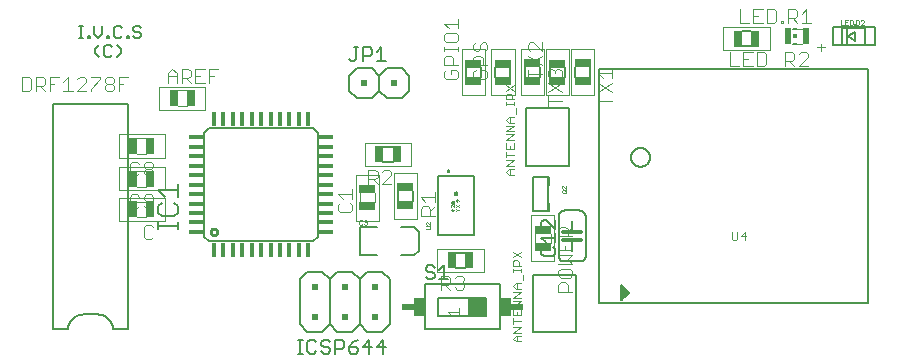
<source format=gto>
G75*
%MOIN*%
%OFA0B0*%
%FSLAX25Y25*%
%IPPOS*%
%LPD*%
%AMOC8*
5,1,8,0,0,1.08239X$1,22.5*
%
%ADD10C,0.00700*%
%ADD11C,0.00200*%
%ADD12C,0.00400*%
%ADD13R,0.02953X0.05709*%
%ADD14R,0.05709X0.02953*%
%ADD15C,0.00800*%
%ADD16C,0.00100*%
%ADD17C,0.01000*%
%ADD18C,0.00600*%
%ADD19R,0.01574X0.04528*%
%ADD20R,0.01575X0.04528*%
%ADD21R,0.01575X0.04528*%
%ADD22R,0.04528X0.01574*%
%ADD23R,0.04528X0.01575*%
%ADD24R,0.04528X0.01575*%
%ADD25C,0.00500*%
%ADD26R,0.02000X0.02000*%
%ADD27R,0.05512X0.02559*%
%ADD28R,0.02559X0.05512*%
%ADD29C,0.00300*%
%ADD30R,0.06000X0.06000*%
%ADD31R,0.03600X0.05900*%
%ADD32R,0.04200X0.02400*%
%ADD33R,0.00787X0.05512*%
%ADD34C,0.01200*%
%ADD35R,0.01181X0.00591*%
%ADD36R,0.01181X0.01181*%
%ADD37R,0.02362X0.05315*%
D10*
X0028588Y0101639D02*
X0027246Y0102982D01*
X0027246Y0104325D01*
X0028588Y0105667D01*
X0030146Y0104996D02*
X0030146Y0102311D01*
X0030817Y0101639D01*
X0032160Y0101639D01*
X0032831Y0102311D01*
X0034496Y0101639D02*
X0035839Y0102982D01*
X0035839Y0104325D01*
X0034496Y0105667D01*
X0032831Y0104996D02*
X0032160Y0105667D01*
X0030817Y0105667D01*
X0030146Y0104996D01*
X0031290Y0108072D02*
X0031961Y0108072D01*
X0031961Y0108743D01*
X0031290Y0108743D01*
X0031290Y0108072D01*
X0029625Y0109414D02*
X0029625Y0112100D01*
X0026940Y0112100D02*
X0026940Y0109414D01*
X0028283Y0108072D01*
X0029625Y0109414D01*
X0033465Y0108743D02*
X0034136Y0108072D01*
X0035479Y0108072D01*
X0036150Y0108743D01*
X0037815Y0108743D02*
X0038487Y0108743D01*
X0038487Y0108072D01*
X0037815Y0108072D01*
X0037815Y0108743D01*
X0039990Y0108743D02*
X0040662Y0108072D01*
X0042004Y0108072D01*
X0042676Y0108743D01*
X0042676Y0109414D01*
X0042004Y0110086D01*
X0040662Y0110086D01*
X0039990Y0110757D01*
X0039990Y0111428D01*
X0040662Y0112100D01*
X0042004Y0112100D01*
X0042676Y0111428D01*
X0036150Y0111428D02*
X0035479Y0112100D01*
X0034136Y0112100D01*
X0033465Y0111428D01*
X0033465Y0108743D01*
X0025436Y0108743D02*
X0025436Y0108072D01*
X0024765Y0108072D01*
X0024765Y0108743D01*
X0025436Y0108743D01*
X0023207Y0108072D02*
X0021865Y0108072D01*
X0022536Y0108072D02*
X0022536Y0112100D01*
X0021865Y0112100D02*
X0023207Y0112100D01*
D11*
X0048488Y0091900D02*
X0048488Y0084160D01*
X0064023Y0084160D01*
X0064023Y0091900D01*
X0048488Y0091900D01*
X0050621Y0075981D02*
X0035086Y0075981D01*
X0035086Y0068241D01*
X0050621Y0068241D01*
X0050621Y0075981D01*
X0050621Y0065057D02*
X0035086Y0065057D01*
X0035086Y0057317D01*
X0050621Y0057317D01*
X0050621Y0065057D01*
X0050630Y0054838D02*
X0035094Y0054838D01*
X0035094Y0047098D01*
X0050630Y0047098D01*
X0050630Y0054838D01*
X0114169Y0062560D02*
X0114169Y0047025D01*
X0121909Y0047025D01*
X0121909Y0062560D01*
X0114169Y0062560D01*
X0117077Y0065436D02*
X0117077Y0073176D01*
X0132612Y0073176D01*
X0132612Y0065436D01*
X0117077Y0065436D01*
X0126779Y0063223D02*
X0134519Y0063223D01*
X0134519Y0047688D01*
X0126779Y0047688D01*
X0126779Y0063223D01*
X0147540Y0053821D02*
X0148040Y0054321D01*
X0148540Y0053821D01*
X0148040Y0053321D02*
X0148040Y0054321D01*
X0148440Y0052588D02*
X0147440Y0051921D01*
X0146940Y0051921D02*
X0146940Y0052588D01*
X0147440Y0052588D02*
X0148440Y0051921D01*
X0148440Y0050754D02*
X0147940Y0050754D01*
X0147606Y0051088D01*
X0147440Y0051088D01*
X0147040Y0050821D02*
X0146040Y0050821D01*
X0146540Y0051321D01*
X0146774Y0051921D02*
X0146940Y0051921D01*
X0146774Y0051921D02*
X0146106Y0052588D01*
X0145940Y0052588D01*
X0145940Y0051921D01*
X0146040Y0050821D02*
X0146540Y0050321D01*
X0147440Y0050421D02*
X0147606Y0050421D01*
X0147940Y0050754D01*
X0146440Y0053321D02*
X0146442Y0053341D01*
X0146448Y0053359D01*
X0146457Y0053377D01*
X0146469Y0053392D01*
X0146484Y0053404D01*
X0146502Y0053413D01*
X0146520Y0053419D01*
X0146540Y0053421D01*
X0146560Y0053419D01*
X0146578Y0053413D01*
X0146596Y0053404D01*
X0146611Y0053392D01*
X0146623Y0053377D01*
X0146632Y0053359D01*
X0146638Y0053341D01*
X0146640Y0053321D01*
X0146638Y0053301D01*
X0146632Y0053283D01*
X0146623Y0053265D01*
X0146611Y0053250D01*
X0146596Y0053238D01*
X0146578Y0053229D01*
X0146560Y0053223D01*
X0146540Y0053221D01*
X0146520Y0053223D01*
X0146502Y0053229D01*
X0146484Y0053238D01*
X0146469Y0053250D01*
X0146457Y0053265D01*
X0146448Y0053283D01*
X0146442Y0053301D01*
X0146440Y0053321D01*
X0146040Y0053321D02*
X0146042Y0053365D01*
X0146048Y0053409D01*
X0146058Y0053452D01*
X0146071Y0053494D01*
X0146088Y0053535D01*
X0146109Y0053574D01*
X0146133Y0053611D01*
X0146160Y0053646D01*
X0146190Y0053678D01*
X0146223Y0053708D01*
X0146259Y0053734D01*
X0146296Y0053758D01*
X0146336Y0053777D01*
X0146377Y0053794D01*
X0146420Y0053806D01*
X0146463Y0053815D01*
X0146507Y0053820D01*
X0146551Y0053821D01*
X0146595Y0053818D01*
X0146639Y0053811D01*
X0146682Y0053800D01*
X0146724Y0053786D01*
X0146764Y0053768D01*
X0146803Y0053746D01*
X0146839Y0053722D01*
X0146873Y0053694D01*
X0146905Y0053663D01*
X0146934Y0053629D01*
X0146960Y0053593D01*
X0146982Y0053555D01*
X0147001Y0053515D01*
X0147016Y0053473D01*
X0147028Y0053431D01*
X0147036Y0053387D01*
X0147040Y0053343D01*
X0147040Y0053299D01*
X0147036Y0053255D01*
X0147028Y0053211D01*
X0147016Y0053169D01*
X0147001Y0053127D01*
X0146982Y0053087D01*
X0146960Y0053049D01*
X0146934Y0053013D01*
X0146905Y0052979D01*
X0146873Y0052948D01*
X0146839Y0052920D01*
X0146803Y0052896D01*
X0146764Y0052874D01*
X0146724Y0052856D01*
X0146682Y0052842D01*
X0146639Y0052831D01*
X0146595Y0052824D01*
X0146551Y0052821D01*
X0146507Y0052822D01*
X0146463Y0052827D01*
X0146420Y0052836D01*
X0146377Y0052848D01*
X0146336Y0052865D01*
X0146296Y0052884D01*
X0146259Y0052908D01*
X0146223Y0052934D01*
X0146190Y0052964D01*
X0146160Y0052996D01*
X0146133Y0053031D01*
X0146109Y0053068D01*
X0146088Y0053107D01*
X0146071Y0053148D01*
X0146058Y0053190D01*
X0146048Y0053233D01*
X0146042Y0053277D01*
X0146040Y0053321D01*
X0172610Y0049189D02*
X0180350Y0049189D01*
X0180350Y0033654D01*
X0172610Y0033654D01*
X0172610Y0049189D01*
X0156769Y0037911D02*
X0156769Y0030170D01*
X0141233Y0030170D01*
X0141233Y0037911D01*
X0156769Y0037911D01*
X0157250Y0088954D02*
X0149510Y0088954D01*
X0149510Y0104489D01*
X0157250Y0104489D01*
X0157250Y0088954D01*
X0159310Y0088954D02*
X0167050Y0088954D01*
X0167050Y0104489D01*
X0159310Y0104489D01*
X0159310Y0088954D01*
X0169110Y0088954D02*
X0169110Y0104489D01*
X0176850Y0104489D01*
X0176850Y0088954D01*
X0169110Y0088954D01*
X0177510Y0088954D02*
X0185250Y0088954D01*
X0185250Y0104489D01*
X0177510Y0104489D01*
X0177510Y0088954D01*
X0185910Y0088954D02*
X0185910Y0104489D01*
X0193650Y0104489D01*
X0193650Y0088954D01*
X0185910Y0088954D01*
X0236612Y0104052D02*
X0236612Y0111792D01*
X0252148Y0111792D01*
X0252148Y0104052D01*
X0236612Y0104052D01*
D12*
X0238756Y0103426D02*
X0238756Y0098822D01*
X0241826Y0098822D01*
X0243360Y0098822D02*
X0246430Y0098822D01*
X0247964Y0098822D02*
X0250266Y0098822D01*
X0251034Y0099589D01*
X0251034Y0102658D01*
X0250266Y0103426D01*
X0247964Y0103426D01*
X0247964Y0098822D01*
X0243360Y0098822D02*
X0243360Y0103426D01*
X0246430Y0103426D01*
X0244895Y0101124D02*
X0243360Y0101124D01*
X0252568Y0098054D02*
X0255637Y0098054D01*
X0257172Y0098822D02*
X0257172Y0103426D01*
X0259474Y0103426D01*
X0260241Y0102658D01*
X0260241Y0101124D01*
X0259474Y0100356D01*
X0257172Y0100356D01*
X0258707Y0100356D02*
X0260241Y0098822D01*
X0261776Y0098822D02*
X0264845Y0101891D01*
X0264845Y0102658D01*
X0264078Y0103426D01*
X0262543Y0103426D01*
X0261776Y0102658D01*
X0262952Y0106161D02*
X0259408Y0106161D01*
X0259408Y0111082D02*
X0263050Y0111082D01*
X0262798Y0113122D02*
X0265867Y0113122D01*
X0264332Y0113122D02*
X0264332Y0117726D01*
X0262798Y0116191D01*
X0261263Y0115424D02*
X0260496Y0114656D01*
X0258194Y0114656D01*
X0258194Y0113122D02*
X0258194Y0117726D01*
X0260496Y0117726D01*
X0261263Y0116958D01*
X0261263Y0115424D01*
X0259728Y0114656D02*
X0261263Y0113122D01*
X0256659Y0113122D02*
X0255892Y0113122D01*
X0255892Y0113889D01*
X0256659Y0113889D01*
X0256659Y0113122D01*
X0254357Y0113889D02*
X0254357Y0116958D01*
X0253590Y0117726D01*
X0251288Y0117726D01*
X0251288Y0113122D01*
X0253590Y0113122D01*
X0254357Y0113889D01*
X0249753Y0113122D02*
X0246684Y0113122D01*
X0246684Y0117726D01*
X0249753Y0117726D01*
X0248219Y0115424D02*
X0246684Y0115424D01*
X0245149Y0113122D02*
X0242080Y0113122D01*
X0242080Y0117726D01*
X0261776Y0098822D02*
X0264845Y0098822D01*
X0199580Y0097887D02*
X0199580Y0094818D01*
X0199580Y0096352D02*
X0194976Y0096352D01*
X0196511Y0094818D01*
X0194976Y0093283D02*
X0199580Y0090214D01*
X0199580Y0093283D02*
X0194976Y0090214D01*
X0194976Y0088679D02*
X0194976Y0085610D01*
X0194976Y0087145D02*
X0199580Y0087145D01*
X0182780Y0087145D02*
X0178176Y0087145D01*
X0178176Y0088679D02*
X0178176Y0085610D01*
X0178176Y0090214D02*
X0182780Y0093283D01*
X0182013Y0094818D02*
X0182780Y0095585D01*
X0182780Y0097120D01*
X0182013Y0097887D01*
X0181245Y0097887D01*
X0180478Y0097120D01*
X0180478Y0096352D01*
X0180478Y0097120D02*
X0179711Y0097887D01*
X0178943Y0097887D01*
X0178176Y0097120D01*
X0178176Y0095585D01*
X0178943Y0094818D01*
X0178176Y0093283D02*
X0182780Y0090214D01*
X0176180Y0095956D02*
X0171576Y0095956D01*
X0171576Y0094422D02*
X0171576Y0097491D01*
X0171576Y0099026D02*
X0176180Y0102095D01*
X0176180Y0103630D02*
X0173111Y0106699D01*
X0172343Y0106699D01*
X0171576Y0105932D01*
X0171576Y0104397D01*
X0172343Y0103630D01*
X0171576Y0102095D02*
X0176180Y0099026D01*
X0176180Y0103630D02*
X0176180Y0106699D01*
X0157980Y0105932D02*
X0157980Y0104397D01*
X0157213Y0103630D01*
X0155678Y0104397D02*
X0155678Y0105932D01*
X0156445Y0106699D01*
X0157213Y0106699D01*
X0157980Y0105932D01*
X0154143Y0106699D02*
X0153376Y0105932D01*
X0153376Y0104397D01*
X0154143Y0103630D01*
X0154911Y0103630D01*
X0155678Y0104397D01*
X0155678Y0102095D02*
X0156445Y0101328D01*
X0156445Y0099026D01*
X0157980Y0099026D02*
X0153376Y0099026D01*
X0153376Y0101328D01*
X0154143Y0102095D01*
X0155678Y0102095D01*
X0148180Y0103630D02*
X0148180Y0105164D01*
X0148180Y0104397D02*
X0143576Y0104397D01*
X0143576Y0103630D02*
X0143576Y0105164D01*
X0144343Y0106699D02*
X0147413Y0106699D01*
X0148180Y0107466D01*
X0148180Y0109001D01*
X0147413Y0109768D01*
X0144343Y0109768D01*
X0143576Y0109001D01*
X0143576Y0107466D01*
X0144343Y0106699D01*
X0144343Y0102095D02*
X0145878Y0102095D01*
X0146645Y0101328D01*
X0146645Y0099026D01*
X0148180Y0099026D02*
X0143576Y0099026D01*
X0143576Y0101328D01*
X0144343Y0102095D01*
X0144343Y0097491D02*
X0143576Y0096724D01*
X0143576Y0095189D01*
X0144343Y0094422D01*
X0147413Y0094422D01*
X0148180Y0095189D01*
X0148180Y0096724D01*
X0147413Y0097491D01*
X0145878Y0097491D01*
X0145878Y0095956D01*
X0153376Y0095189D02*
X0154143Y0094422D01*
X0157213Y0094422D01*
X0157980Y0095189D01*
X0157980Y0096724D01*
X0157213Y0097491D01*
X0155678Y0097491D01*
X0155678Y0095956D01*
X0154143Y0097491D02*
X0153376Y0096724D01*
X0153376Y0095189D01*
X0148180Y0111303D02*
X0148180Y0114372D01*
X0148180Y0112837D02*
X0143576Y0112837D01*
X0145111Y0111303D01*
X0068337Y0097834D02*
X0065267Y0097834D01*
X0065267Y0093230D01*
X0063733Y0093230D02*
X0060663Y0093230D01*
X0060663Y0097834D01*
X0063733Y0097834D01*
X0065267Y0095532D02*
X0066802Y0095532D01*
X0062198Y0095532D02*
X0060663Y0095532D01*
X0059129Y0095532D02*
X0058361Y0094765D01*
X0056060Y0094765D01*
X0057594Y0094765D02*
X0059129Y0093230D01*
X0056060Y0093230D02*
X0056060Y0097834D01*
X0058361Y0097834D01*
X0059129Y0097067D01*
X0059129Y0095532D01*
X0054525Y0095532D02*
X0051456Y0095532D01*
X0051456Y0096299D02*
X0052990Y0097834D01*
X0054525Y0096299D01*
X0054525Y0093230D01*
X0051456Y0093230D02*
X0051456Y0096299D01*
X0054756Y0090628D02*
X0057756Y0090628D01*
X0057756Y0085432D02*
X0054854Y0085432D01*
X0036629Y0092751D02*
X0035094Y0092751D01*
X0033559Y0093518D02*
X0032792Y0092751D01*
X0031258Y0092751D01*
X0030490Y0093518D01*
X0030490Y0094285D01*
X0031258Y0095052D01*
X0032792Y0095052D01*
X0033559Y0094285D01*
X0033559Y0093518D01*
X0032792Y0092751D02*
X0033559Y0091983D01*
X0033559Y0091216D01*
X0032792Y0090449D01*
X0031258Y0090449D01*
X0030490Y0091216D01*
X0030490Y0091983D01*
X0031258Y0092751D01*
X0035094Y0090449D02*
X0035094Y0095052D01*
X0038163Y0095052D01*
X0028956Y0095052D02*
X0028956Y0094285D01*
X0025886Y0091216D01*
X0025886Y0090449D01*
X0024352Y0090449D02*
X0021282Y0090449D01*
X0024352Y0093518D01*
X0024352Y0094285D01*
X0023584Y0095052D01*
X0022050Y0095052D01*
X0021282Y0094285D01*
X0018213Y0095052D02*
X0018213Y0090449D01*
X0016678Y0090449D02*
X0019748Y0090449D01*
X0016678Y0093518D02*
X0018213Y0095052D01*
X0015144Y0095052D02*
X0012075Y0095052D01*
X0012075Y0090449D01*
X0010540Y0090449D02*
X0009005Y0091983D01*
X0009773Y0091983D02*
X0007471Y0091983D01*
X0007471Y0090449D02*
X0007471Y0095052D01*
X0009773Y0095052D01*
X0010540Y0094285D01*
X0010540Y0092751D01*
X0009773Y0091983D01*
X0012075Y0092751D02*
X0013609Y0092751D01*
X0005936Y0094285D02*
X0005169Y0095052D01*
X0002867Y0095052D01*
X0002867Y0090449D01*
X0005169Y0090449D01*
X0005936Y0091216D01*
X0005936Y0094285D01*
X0025886Y0095052D02*
X0028956Y0095052D01*
X0041354Y0074710D02*
X0044255Y0074710D01*
X0044354Y0069513D02*
X0041354Y0069513D01*
X0041148Y0066915D02*
X0039613Y0066915D01*
X0038846Y0066148D01*
X0038846Y0063079D01*
X0039613Y0062311D01*
X0041148Y0062311D01*
X0041915Y0063079D01*
X0041354Y0063786D02*
X0044255Y0063786D01*
X0043450Y0063846D02*
X0044217Y0064613D01*
X0045752Y0064613D01*
X0046519Y0063846D01*
X0046519Y0063079D01*
X0045752Y0062311D01*
X0044217Y0062311D01*
X0043450Y0063079D01*
X0043450Y0063846D01*
X0044217Y0064613D02*
X0043450Y0065381D01*
X0043450Y0066148D01*
X0044217Y0066915D01*
X0045752Y0066915D01*
X0046519Y0066148D01*
X0046519Y0065381D01*
X0045752Y0064613D01*
X0041915Y0066148D02*
X0041148Y0066915D01*
X0041354Y0058589D02*
X0044354Y0058589D01*
X0044217Y0055991D02*
X0043450Y0055224D01*
X0043450Y0054457D01*
X0044217Y0053689D01*
X0046519Y0053689D01*
X0046519Y0052155D02*
X0046519Y0055224D01*
X0045752Y0055991D01*
X0044217Y0055991D01*
X0044264Y0053566D02*
X0041362Y0053566D01*
X0041915Y0052155D02*
X0041148Y0051387D01*
X0039613Y0051387D01*
X0038846Y0052155D01*
X0038846Y0055224D01*
X0039613Y0055991D01*
X0041148Y0055991D01*
X0041915Y0055224D01*
X0043450Y0052155D02*
X0044217Y0051387D01*
X0045752Y0051387D01*
X0046519Y0052155D01*
X0044362Y0048370D02*
X0041362Y0048370D01*
X0044225Y0045772D02*
X0043458Y0045005D01*
X0043458Y0041935D01*
X0044225Y0041168D01*
X0045760Y0041168D01*
X0046527Y0041935D01*
X0046527Y0045005D02*
X0045760Y0045772D01*
X0044225Y0045772D01*
X0108235Y0050760D02*
X0109002Y0049993D01*
X0112072Y0049993D01*
X0112839Y0050760D01*
X0112839Y0052295D01*
X0112072Y0053062D01*
X0112839Y0054597D02*
X0112839Y0057666D01*
X0115441Y0056293D02*
X0115441Y0053293D01*
X0109770Y0054597D02*
X0108235Y0056131D01*
X0112839Y0056131D01*
X0109002Y0053062D02*
X0108235Y0052295D01*
X0108235Y0050760D01*
X0120637Y0053391D02*
X0120637Y0056293D01*
X0121406Y0059506D02*
X0119871Y0061041D01*
X0120639Y0061041D02*
X0118337Y0061041D01*
X0118337Y0059506D02*
X0118337Y0064110D01*
X0120639Y0064110D01*
X0121406Y0063343D01*
X0121406Y0061808D01*
X0120639Y0061041D01*
X0122941Y0059506D02*
X0126010Y0062575D01*
X0126010Y0063343D01*
X0125243Y0064110D01*
X0123708Y0064110D01*
X0122941Y0063343D01*
X0122941Y0059506D02*
X0126010Y0059506D01*
X0135845Y0055086D02*
X0140449Y0055086D01*
X0140449Y0053552D02*
X0140449Y0056621D01*
X0137380Y0053552D02*
X0135845Y0055086D01*
X0136613Y0052017D02*
X0135845Y0051250D01*
X0135845Y0048948D01*
X0140449Y0048948D01*
X0138915Y0048948D02*
X0138915Y0051250D01*
X0138147Y0052017D01*
X0136613Y0052017D01*
X0138915Y0050482D02*
X0140449Y0052017D01*
X0173882Y0042823D02*
X0173882Y0039922D01*
X0179078Y0039922D02*
X0179078Y0042922D01*
X0181676Y0042018D02*
X0181676Y0044320D01*
X0182443Y0045087D01*
X0183978Y0045087D01*
X0184745Y0044320D01*
X0184745Y0042018D01*
X0184745Y0043552D02*
X0186280Y0045087D01*
X0186280Y0042018D02*
X0181676Y0042018D01*
X0181676Y0040483D02*
X0181676Y0037414D01*
X0186280Y0037414D01*
X0186280Y0040483D01*
X0183978Y0038949D02*
X0183978Y0037414D01*
X0186280Y0035879D02*
X0181676Y0035879D01*
X0184745Y0034345D02*
X0186280Y0035879D01*
X0184745Y0034345D02*
X0186280Y0032810D01*
X0181676Y0032810D01*
X0182443Y0031275D02*
X0181676Y0030508D01*
X0181676Y0028973D01*
X0182443Y0028206D01*
X0185513Y0028206D01*
X0186280Y0028973D01*
X0186280Y0030508D01*
X0185513Y0031275D01*
X0182443Y0031275D01*
X0182443Y0026671D02*
X0183978Y0026671D01*
X0184745Y0025904D01*
X0184745Y0023602D01*
X0186280Y0023602D02*
X0181676Y0023602D01*
X0181676Y0025904D01*
X0182443Y0026671D01*
X0150166Y0027310D02*
X0149399Y0026542D01*
X0150166Y0025775D01*
X0150166Y0025008D01*
X0149399Y0024240D01*
X0147864Y0024240D01*
X0147097Y0025008D01*
X0145563Y0024240D02*
X0144028Y0025775D01*
X0144795Y0025775D02*
X0142493Y0025775D01*
X0142493Y0024240D02*
X0142493Y0028844D01*
X0144795Y0028844D01*
X0145563Y0028077D01*
X0145563Y0026542D01*
X0144795Y0025775D01*
X0147097Y0028077D02*
X0147864Y0028844D01*
X0149399Y0028844D01*
X0150166Y0028077D01*
X0150166Y0027310D01*
X0149399Y0026542D02*
X0148632Y0026542D01*
X0239448Y0041192D02*
X0239915Y0040725D01*
X0240849Y0040725D01*
X0241316Y0041192D01*
X0241316Y0043527D01*
X0242394Y0042126D02*
X0244262Y0042126D01*
X0243795Y0040725D02*
X0243795Y0043527D01*
X0242394Y0042126D01*
X0239448Y0041192D02*
X0239448Y0043527D01*
D13*
X0059132Y0088035D03*
X0053432Y0088035D03*
X0045677Y0072107D03*
X0039977Y0072107D03*
X0039977Y0061183D03*
X0045677Y0061183D03*
X0045685Y0050964D03*
X0039985Y0050964D03*
D14*
X0118035Y0051969D03*
X0118035Y0057669D03*
X0176485Y0044245D03*
X0176485Y0038545D03*
D15*
X0153446Y0042478D02*
X0150296Y0042478D01*
X0144785Y0042478D02*
X0141635Y0042478D01*
X0135124Y0043549D02*
X0133549Y0045123D01*
X0129219Y0045123D01*
X0135124Y0043549D02*
X0135124Y0037249D01*
X0133549Y0035675D01*
X0129219Y0035675D01*
X0121345Y0035675D02*
X0115439Y0035675D01*
X0115439Y0045123D01*
X0121345Y0045123D01*
X0101480Y0041905D02*
X0099905Y0040330D01*
X0065259Y0040330D01*
X0063684Y0041905D01*
X0063684Y0076551D01*
X0065259Y0078125D01*
X0099905Y0078125D01*
X0101480Y0076551D01*
X0101480Y0041905D01*
X0141635Y0062163D02*
X0144785Y0062163D01*
X0144840Y0063758D02*
X0144842Y0063786D01*
X0144848Y0063813D01*
X0144857Y0063839D01*
X0144870Y0063864D01*
X0144887Y0063887D01*
X0144906Y0063907D01*
X0144928Y0063924D01*
X0144952Y0063938D01*
X0144978Y0063948D01*
X0145005Y0063955D01*
X0145033Y0063958D01*
X0145061Y0063957D01*
X0145088Y0063952D01*
X0145115Y0063943D01*
X0145140Y0063931D01*
X0145163Y0063916D01*
X0145184Y0063897D01*
X0145202Y0063876D01*
X0145217Y0063852D01*
X0145228Y0063826D01*
X0145236Y0063800D01*
X0145240Y0063772D01*
X0145240Y0063744D01*
X0145236Y0063716D01*
X0145228Y0063690D01*
X0145217Y0063664D01*
X0145202Y0063640D01*
X0145184Y0063619D01*
X0145163Y0063600D01*
X0145140Y0063585D01*
X0145115Y0063573D01*
X0145088Y0063564D01*
X0145061Y0063559D01*
X0145033Y0063558D01*
X0145005Y0063561D01*
X0144978Y0063568D01*
X0144952Y0063578D01*
X0144928Y0063592D01*
X0144906Y0063609D01*
X0144887Y0063629D01*
X0144870Y0063652D01*
X0144857Y0063677D01*
X0144848Y0063703D01*
X0144842Y0063730D01*
X0144840Y0063758D01*
X0150296Y0062163D02*
X0153446Y0062163D01*
X0147146Y0056258D02*
X0147148Y0056297D01*
X0147154Y0056336D01*
X0147164Y0056374D01*
X0147177Y0056411D01*
X0147194Y0056446D01*
X0147214Y0056480D01*
X0147238Y0056511D01*
X0147265Y0056540D01*
X0147294Y0056566D01*
X0147326Y0056589D01*
X0147360Y0056609D01*
X0147396Y0056625D01*
X0147433Y0056637D01*
X0147472Y0056646D01*
X0147511Y0056651D01*
X0147550Y0056652D01*
X0147589Y0056649D01*
X0147628Y0056642D01*
X0147665Y0056631D01*
X0147702Y0056617D01*
X0147737Y0056599D01*
X0147770Y0056578D01*
X0147801Y0056553D01*
X0147829Y0056526D01*
X0147854Y0056496D01*
X0147876Y0056463D01*
X0147895Y0056429D01*
X0147910Y0056393D01*
X0147922Y0056355D01*
X0147930Y0056317D01*
X0147934Y0056278D01*
X0147934Y0056238D01*
X0147930Y0056199D01*
X0147922Y0056161D01*
X0147910Y0056123D01*
X0147895Y0056087D01*
X0147876Y0056053D01*
X0147854Y0056020D01*
X0147829Y0055990D01*
X0147801Y0055963D01*
X0147770Y0055938D01*
X0147737Y0055917D01*
X0147702Y0055899D01*
X0147665Y0055885D01*
X0147628Y0055874D01*
X0147589Y0055867D01*
X0147550Y0055864D01*
X0147511Y0055865D01*
X0147472Y0055870D01*
X0147433Y0055879D01*
X0147396Y0055891D01*
X0147360Y0055907D01*
X0147326Y0055927D01*
X0147294Y0055950D01*
X0147265Y0055976D01*
X0147238Y0056005D01*
X0147214Y0056036D01*
X0147194Y0056070D01*
X0147177Y0056105D01*
X0147164Y0056142D01*
X0147154Y0056180D01*
X0147148Y0056219D01*
X0147146Y0056258D01*
X0175386Y0061634D02*
X0178536Y0061634D01*
X0178536Y0059271D01*
X0178536Y0052972D02*
X0178536Y0050610D01*
X0175386Y0050610D01*
D16*
X0182829Y0056725D02*
X0182829Y0057226D01*
X0183079Y0057476D01*
X0184080Y0057476D01*
X0184330Y0057226D01*
X0184330Y0056725D01*
X0184080Y0056475D01*
X0183079Y0056475D01*
X0182829Y0056725D01*
X0183830Y0056976D02*
X0184330Y0057476D01*
X0184330Y0057949D02*
X0183329Y0058949D01*
X0183079Y0058949D01*
X0182829Y0058699D01*
X0182829Y0058199D01*
X0183079Y0057949D01*
X0184330Y0057949D02*
X0184330Y0058949D01*
X0138990Y0046845D02*
X0138990Y0045844D01*
X0137990Y0046845D01*
X0137739Y0046845D01*
X0137489Y0046595D01*
X0137489Y0046094D01*
X0137739Y0045844D01*
X0137489Y0045371D02*
X0138740Y0045371D01*
X0138990Y0045121D01*
X0138990Y0044621D01*
X0138740Y0044371D01*
X0137489Y0044371D01*
X0117806Y0046136D02*
X0117555Y0045886D01*
X0117055Y0045886D01*
X0116805Y0046136D01*
X0116332Y0046136D02*
X0116082Y0045886D01*
X0115582Y0045886D01*
X0115332Y0046136D01*
X0115332Y0047137D01*
X0115582Y0047387D01*
X0116082Y0047387D01*
X0116332Y0047137D01*
X0116805Y0047137D02*
X0117055Y0047387D01*
X0117555Y0047387D01*
X0117806Y0047137D01*
X0117806Y0046887D01*
X0117555Y0046637D01*
X0117806Y0046386D01*
X0117806Y0046136D01*
X0117555Y0046637D02*
X0117305Y0046637D01*
X0275799Y0112609D02*
X0276800Y0112609D01*
X0277273Y0112609D02*
X0278273Y0112609D01*
X0278746Y0112609D02*
X0278746Y0114110D01*
X0279496Y0114110D01*
X0279747Y0113860D01*
X0279747Y0112859D01*
X0279496Y0112609D01*
X0278746Y0112609D01*
X0277773Y0113359D02*
X0277273Y0113359D01*
X0277273Y0112609D02*
X0277273Y0114110D01*
X0278273Y0114110D01*
X0280219Y0112859D02*
X0280469Y0112859D01*
X0280469Y0112609D01*
X0280219Y0112609D01*
X0280219Y0112859D01*
X0280956Y0112609D02*
X0281706Y0112609D01*
X0281957Y0112859D01*
X0281957Y0113860D01*
X0281706Y0114110D01*
X0280956Y0114110D01*
X0280956Y0112609D01*
X0282429Y0112609D02*
X0283430Y0113610D01*
X0283430Y0113860D01*
X0283180Y0114110D01*
X0282679Y0114110D01*
X0282429Y0113860D01*
X0282429Y0112609D02*
X0283430Y0112609D01*
X0275799Y0112609D02*
X0275799Y0114110D01*
D17*
X0065721Y0043480D02*
X0065723Y0043547D01*
X0065729Y0043613D01*
X0065739Y0043679D01*
X0065753Y0043744D01*
X0065770Y0043808D01*
X0065792Y0043871D01*
X0065817Y0043933D01*
X0065846Y0043993D01*
X0065879Y0044051D01*
X0065914Y0044107D01*
X0065954Y0044161D01*
X0065996Y0044212D01*
X0066041Y0044261D01*
X0066089Y0044307D01*
X0066140Y0044350D01*
X0066193Y0044390D01*
X0066249Y0044427D01*
X0066307Y0044460D01*
X0066366Y0044490D01*
X0066427Y0044516D01*
X0066490Y0044539D01*
X0066554Y0044557D01*
X0066619Y0044572D01*
X0066685Y0044583D01*
X0066751Y0044590D01*
X0066817Y0044593D01*
X0066884Y0044592D01*
X0066950Y0044587D01*
X0067016Y0044578D01*
X0067082Y0044565D01*
X0067146Y0044548D01*
X0067209Y0044528D01*
X0067271Y0044503D01*
X0067332Y0044475D01*
X0067391Y0044444D01*
X0067447Y0044409D01*
X0067502Y0044371D01*
X0067554Y0044329D01*
X0067603Y0044284D01*
X0067650Y0044237D01*
X0067694Y0044187D01*
X0067734Y0044134D01*
X0067772Y0044079D01*
X0067806Y0044022D01*
X0067837Y0043963D01*
X0067864Y0043902D01*
X0067887Y0043840D01*
X0067907Y0043776D01*
X0067923Y0043711D01*
X0067935Y0043646D01*
X0067943Y0043580D01*
X0067947Y0043513D01*
X0067947Y0043447D01*
X0067943Y0043380D01*
X0067935Y0043314D01*
X0067923Y0043249D01*
X0067907Y0043184D01*
X0067887Y0043120D01*
X0067864Y0043058D01*
X0067837Y0042997D01*
X0067806Y0042938D01*
X0067772Y0042881D01*
X0067734Y0042826D01*
X0067694Y0042773D01*
X0067650Y0042723D01*
X0067603Y0042676D01*
X0067554Y0042631D01*
X0067502Y0042589D01*
X0067447Y0042551D01*
X0067390Y0042516D01*
X0067332Y0042485D01*
X0067271Y0042457D01*
X0067209Y0042432D01*
X0067146Y0042412D01*
X0067082Y0042395D01*
X0067016Y0042382D01*
X0066950Y0042373D01*
X0066884Y0042368D01*
X0066817Y0042367D01*
X0066751Y0042370D01*
X0066685Y0042377D01*
X0066619Y0042388D01*
X0066554Y0042403D01*
X0066490Y0042421D01*
X0066427Y0042444D01*
X0066366Y0042470D01*
X0066307Y0042500D01*
X0066249Y0042533D01*
X0066193Y0042570D01*
X0066140Y0042610D01*
X0066089Y0042653D01*
X0066041Y0042699D01*
X0065996Y0042748D01*
X0065954Y0042799D01*
X0065914Y0042853D01*
X0065879Y0042909D01*
X0065846Y0042967D01*
X0065817Y0043027D01*
X0065792Y0043089D01*
X0065770Y0043152D01*
X0065753Y0043216D01*
X0065739Y0043281D01*
X0065729Y0043347D01*
X0065723Y0043413D01*
X0065721Y0043480D01*
D18*
X0054782Y0044528D02*
X0054782Y0046663D01*
X0054782Y0045595D02*
X0048377Y0045595D01*
X0048377Y0044528D02*
X0048377Y0046663D01*
X0049444Y0048825D02*
X0053714Y0048825D01*
X0054782Y0049892D01*
X0054782Y0052027D01*
X0053714Y0053095D01*
X0054782Y0055270D02*
X0054782Y0059541D01*
X0054782Y0057405D02*
X0048377Y0057405D01*
X0050512Y0055270D01*
X0049444Y0053095D02*
X0048377Y0052027D01*
X0048377Y0049892D01*
X0049444Y0048825D01*
X0095406Y0027667D02*
X0095406Y0012667D01*
X0097906Y0010167D01*
X0102906Y0010167D01*
X0105406Y0012667D01*
X0105406Y0027667D01*
X0102906Y0030167D01*
X0097906Y0030167D01*
X0095406Y0027667D01*
X0105406Y0027667D02*
X0107906Y0030167D01*
X0112906Y0030167D01*
X0115406Y0027667D01*
X0115406Y0012667D01*
X0112906Y0010167D01*
X0107906Y0010167D01*
X0105406Y0012667D01*
X0115406Y0012667D02*
X0117906Y0010167D01*
X0122906Y0010167D01*
X0125406Y0012667D01*
X0125406Y0027667D01*
X0122906Y0030167D01*
X0117906Y0030167D01*
X0115406Y0027667D01*
X0137088Y0026051D02*
X0162288Y0026051D01*
X0162288Y0011051D01*
X0137088Y0011051D01*
X0137088Y0026051D01*
X0141688Y0021551D02*
X0157688Y0021551D01*
X0157688Y0015551D01*
X0141688Y0015551D01*
X0141688Y0021551D01*
X0147387Y0031540D02*
X0150615Y0031540D01*
X0150615Y0036540D02*
X0147387Y0036540D01*
X0173180Y0050522D02*
X0173180Y0061722D01*
X0178380Y0061722D01*
X0178380Y0050522D01*
X0173180Y0050522D01*
X0181780Y0048622D02*
X0181780Y0035622D01*
X0181782Y0035535D01*
X0181788Y0035448D01*
X0181797Y0035361D01*
X0181810Y0035275D01*
X0181827Y0035189D01*
X0181848Y0035104D01*
X0181873Y0035021D01*
X0181901Y0034938D01*
X0181932Y0034857D01*
X0181967Y0034777D01*
X0182006Y0034699D01*
X0182048Y0034622D01*
X0182093Y0034547D01*
X0182142Y0034475D01*
X0182193Y0034404D01*
X0182248Y0034336D01*
X0182305Y0034271D01*
X0182366Y0034208D01*
X0182429Y0034147D01*
X0182494Y0034090D01*
X0182562Y0034035D01*
X0182633Y0033984D01*
X0182705Y0033935D01*
X0182780Y0033890D01*
X0182857Y0033848D01*
X0182935Y0033809D01*
X0183015Y0033774D01*
X0183096Y0033743D01*
X0183179Y0033715D01*
X0183262Y0033690D01*
X0183347Y0033669D01*
X0183433Y0033652D01*
X0183519Y0033639D01*
X0183606Y0033630D01*
X0183693Y0033624D01*
X0183780Y0033622D01*
X0188780Y0033622D01*
X0188867Y0033624D01*
X0188954Y0033630D01*
X0189041Y0033639D01*
X0189127Y0033652D01*
X0189213Y0033669D01*
X0189298Y0033690D01*
X0189381Y0033715D01*
X0189464Y0033743D01*
X0189545Y0033774D01*
X0189625Y0033809D01*
X0189703Y0033848D01*
X0189780Y0033890D01*
X0189855Y0033935D01*
X0189927Y0033984D01*
X0189998Y0034035D01*
X0190066Y0034090D01*
X0190131Y0034147D01*
X0190194Y0034208D01*
X0190255Y0034271D01*
X0190312Y0034336D01*
X0190367Y0034404D01*
X0190418Y0034475D01*
X0190467Y0034547D01*
X0190512Y0034622D01*
X0190554Y0034699D01*
X0190593Y0034777D01*
X0190628Y0034857D01*
X0190659Y0034938D01*
X0190687Y0035021D01*
X0190712Y0035104D01*
X0190733Y0035189D01*
X0190750Y0035275D01*
X0190763Y0035361D01*
X0190772Y0035448D01*
X0190778Y0035535D01*
X0190780Y0035622D01*
X0190780Y0048622D01*
X0190778Y0048709D01*
X0190772Y0048796D01*
X0190763Y0048883D01*
X0190750Y0048969D01*
X0190733Y0049055D01*
X0190712Y0049140D01*
X0190687Y0049223D01*
X0190659Y0049306D01*
X0190628Y0049387D01*
X0190593Y0049467D01*
X0190554Y0049545D01*
X0190512Y0049622D01*
X0190467Y0049697D01*
X0190418Y0049769D01*
X0190367Y0049840D01*
X0190312Y0049908D01*
X0190255Y0049973D01*
X0190194Y0050036D01*
X0190131Y0050097D01*
X0190066Y0050154D01*
X0189998Y0050209D01*
X0189927Y0050260D01*
X0189855Y0050309D01*
X0189780Y0050354D01*
X0189703Y0050396D01*
X0189625Y0050435D01*
X0189545Y0050470D01*
X0189464Y0050501D01*
X0189381Y0050529D01*
X0189298Y0050554D01*
X0189213Y0050575D01*
X0189127Y0050592D01*
X0189041Y0050605D01*
X0188954Y0050614D01*
X0188867Y0050620D01*
X0188780Y0050622D01*
X0183780Y0050622D01*
X0183693Y0050620D01*
X0183606Y0050614D01*
X0183519Y0050605D01*
X0183433Y0050592D01*
X0183347Y0050575D01*
X0183262Y0050554D01*
X0183179Y0050529D01*
X0183096Y0050501D01*
X0183015Y0050470D01*
X0182935Y0050435D01*
X0182857Y0050396D01*
X0182780Y0050354D01*
X0182705Y0050309D01*
X0182633Y0050260D01*
X0182562Y0050209D01*
X0182494Y0050154D01*
X0182429Y0050097D01*
X0182366Y0050036D01*
X0182305Y0049973D01*
X0182248Y0049908D01*
X0182193Y0049840D01*
X0182142Y0049769D01*
X0182093Y0049697D01*
X0182048Y0049622D01*
X0182006Y0049545D01*
X0181967Y0049467D01*
X0181932Y0049387D01*
X0181901Y0049306D01*
X0181873Y0049223D01*
X0181848Y0049140D01*
X0181827Y0049055D01*
X0181810Y0048969D01*
X0181797Y0048883D01*
X0181788Y0048796D01*
X0181782Y0048709D01*
X0181780Y0048622D01*
X0186280Y0047122D02*
X0186280Y0043422D01*
X0186280Y0040922D02*
X0186280Y0037122D01*
X0133149Y0053841D02*
X0133149Y0057070D01*
X0128149Y0057070D02*
X0128149Y0053841D01*
X0126459Y0066806D02*
X0123230Y0066806D01*
X0123230Y0071806D02*
X0126459Y0071806D01*
X0124479Y0088077D02*
X0121979Y0090577D01*
X0119479Y0088077D01*
X0114479Y0088077D01*
X0111979Y0090577D01*
X0111979Y0095577D01*
X0114479Y0098077D01*
X0119479Y0098077D01*
X0121979Y0095577D01*
X0124479Y0098077D01*
X0129479Y0098077D01*
X0131979Y0095577D01*
X0131979Y0090577D01*
X0129479Y0088077D01*
X0124479Y0088077D01*
X0121979Y0090577D02*
X0121979Y0095577D01*
X0150880Y0095108D02*
X0150880Y0098336D01*
X0155880Y0098336D02*
X0155880Y0095108D01*
X0160680Y0095108D02*
X0160680Y0098336D01*
X0165680Y0098336D02*
X0165680Y0095108D01*
X0170480Y0095108D02*
X0170480Y0098336D01*
X0175480Y0098336D02*
X0175480Y0095108D01*
X0178880Y0095108D02*
X0178880Y0098336D01*
X0183880Y0098336D02*
X0183880Y0095108D01*
X0187280Y0095108D02*
X0187280Y0098336D01*
X0192280Y0098336D02*
X0192280Y0095108D01*
X0242766Y0105422D02*
X0245994Y0105422D01*
X0245994Y0110422D02*
X0242766Y0110422D01*
X0276143Y0111378D02*
X0276143Y0105866D01*
X0284017Y0105866D01*
X0284017Y0111378D01*
X0276143Y0111378D01*
X0278112Y0108622D02*
X0280474Y0110197D01*
X0280474Y0107047D01*
X0278112Y0108622D01*
D19*
X0098330Y0080980D03*
X0082582Y0080980D03*
X0066834Y0080980D03*
X0066834Y0037476D03*
X0082582Y0037476D03*
X0098330Y0037476D03*
D20*
X0095180Y0037476D03*
X0092030Y0037476D03*
X0073134Y0037476D03*
X0069984Y0037476D03*
X0069984Y0080980D03*
X0073134Y0080980D03*
X0092030Y0080980D03*
X0095180Y0080980D03*
D21*
X0088881Y0080980D03*
X0085731Y0080980D03*
X0079433Y0080980D03*
X0076283Y0080980D03*
X0076283Y0037476D03*
X0079433Y0037476D03*
X0085731Y0037476D03*
X0088881Y0037476D03*
D22*
X0104334Y0043480D03*
X0104334Y0059228D03*
X0104334Y0074976D03*
X0060830Y0074976D03*
X0060830Y0059228D03*
X0060830Y0043480D03*
D23*
X0060830Y0046629D03*
X0060830Y0049779D03*
X0060830Y0068676D03*
X0060830Y0071826D03*
X0104334Y0071826D03*
X0104334Y0068676D03*
X0104334Y0049779D03*
X0104334Y0046629D03*
D24*
X0104334Y0052928D03*
X0104334Y0056078D03*
X0104334Y0062377D03*
X0104334Y0065527D03*
X0060830Y0065527D03*
X0060830Y0062377D03*
X0060830Y0056078D03*
X0060830Y0052928D03*
D25*
X0018219Y0010957D02*
X0013219Y0010957D01*
X0013219Y0085957D01*
X0038219Y0085957D01*
X0038219Y0010957D01*
X0033219Y0010957D01*
X0033217Y0011097D01*
X0033211Y0011237D01*
X0033201Y0011377D01*
X0033188Y0011517D01*
X0033170Y0011656D01*
X0033148Y0011795D01*
X0033123Y0011932D01*
X0033094Y0012070D01*
X0033061Y0012206D01*
X0033024Y0012341D01*
X0032983Y0012475D01*
X0032938Y0012608D01*
X0032890Y0012740D01*
X0032838Y0012870D01*
X0032783Y0012999D01*
X0032724Y0013126D01*
X0032661Y0013252D01*
X0032595Y0013376D01*
X0032526Y0013497D01*
X0032453Y0013617D01*
X0032376Y0013735D01*
X0032297Y0013850D01*
X0032214Y0013964D01*
X0032128Y0014074D01*
X0032039Y0014183D01*
X0031947Y0014289D01*
X0031852Y0014392D01*
X0031755Y0014493D01*
X0031654Y0014590D01*
X0031551Y0014685D01*
X0031445Y0014777D01*
X0031336Y0014866D01*
X0031226Y0014952D01*
X0031112Y0015035D01*
X0030997Y0015114D01*
X0030879Y0015191D01*
X0030759Y0015264D01*
X0030638Y0015333D01*
X0030514Y0015399D01*
X0030388Y0015462D01*
X0030261Y0015521D01*
X0030132Y0015576D01*
X0030002Y0015628D01*
X0029870Y0015676D01*
X0029737Y0015721D01*
X0029603Y0015762D01*
X0029468Y0015799D01*
X0029332Y0015832D01*
X0029194Y0015861D01*
X0029057Y0015886D01*
X0028918Y0015908D01*
X0028779Y0015926D01*
X0028639Y0015939D01*
X0028499Y0015949D01*
X0028359Y0015955D01*
X0028219Y0015957D01*
X0023219Y0015957D01*
X0023079Y0015955D01*
X0022939Y0015949D01*
X0022799Y0015939D01*
X0022659Y0015926D01*
X0022520Y0015908D01*
X0022381Y0015886D01*
X0022244Y0015861D01*
X0022106Y0015832D01*
X0021970Y0015799D01*
X0021835Y0015762D01*
X0021701Y0015721D01*
X0021568Y0015676D01*
X0021436Y0015628D01*
X0021306Y0015576D01*
X0021177Y0015521D01*
X0021050Y0015462D01*
X0020924Y0015399D01*
X0020800Y0015333D01*
X0020679Y0015264D01*
X0020559Y0015191D01*
X0020441Y0015114D01*
X0020326Y0015035D01*
X0020212Y0014952D01*
X0020102Y0014866D01*
X0019993Y0014777D01*
X0019887Y0014685D01*
X0019784Y0014590D01*
X0019683Y0014493D01*
X0019586Y0014392D01*
X0019491Y0014289D01*
X0019399Y0014183D01*
X0019310Y0014074D01*
X0019224Y0013964D01*
X0019141Y0013850D01*
X0019062Y0013735D01*
X0018985Y0013617D01*
X0018912Y0013497D01*
X0018843Y0013376D01*
X0018777Y0013252D01*
X0018714Y0013126D01*
X0018655Y0012999D01*
X0018600Y0012870D01*
X0018548Y0012740D01*
X0018500Y0012608D01*
X0018455Y0012475D01*
X0018414Y0012341D01*
X0018377Y0012206D01*
X0018344Y0012070D01*
X0018315Y0011932D01*
X0018290Y0011795D01*
X0018268Y0011656D01*
X0018250Y0011517D01*
X0018237Y0011377D01*
X0018227Y0011237D01*
X0018221Y0011097D01*
X0018219Y0010957D01*
X0094963Y0007420D02*
X0096464Y0007420D01*
X0095714Y0007420D02*
X0095714Y0002917D01*
X0096464Y0002917D02*
X0094963Y0002917D01*
X0098032Y0003667D02*
X0098783Y0002917D01*
X0100284Y0002917D01*
X0101035Y0003667D01*
X0102636Y0003667D02*
X0103387Y0002917D01*
X0104888Y0002917D01*
X0105639Y0003667D01*
X0105639Y0004418D01*
X0104888Y0005169D01*
X0103387Y0005169D01*
X0102636Y0005919D01*
X0102636Y0006670D01*
X0103387Y0007420D01*
X0104888Y0007420D01*
X0105639Y0006670D01*
X0107240Y0007420D02*
X0109492Y0007420D01*
X0110243Y0006670D01*
X0110243Y0005169D01*
X0109492Y0004418D01*
X0107240Y0004418D01*
X0107240Y0002917D02*
X0107240Y0007420D01*
X0111844Y0005169D02*
X0114096Y0005169D01*
X0114847Y0004418D01*
X0114847Y0003667D01*
X0114096Y0002917D01*
X0112595Y0002917D01*
X0111844Y0003667D01*
X0111844Y0005169D01*
X0113345Y0006670D01*
X0114847Y0007420D01*
X0116448Y0005169D02*
X0119451Y0005169D01*
X0121052Y0005169D02*
X0124055Y0005169D01*
X0123304Y0007420D02*
X0123304Y0002917D01*
X0121052Y0005169D02*
X0123304Y0007420D01*
X0118700Y0007420D02*
X0116448Y0005169D01*
X0118700Y0002917D02*
X0118700Y0007420D01*
X0101035Y0006670D02*
X0100284Y0007420D01*
X0098783Y0007420D01*
X0098032Y0006670D01*
X0098032Y0003667D01*
X0137438Y0028552D02*
X0138189Y0027801D01*
X0139690Y0027801D01*
X0140441Y0028552D01*
X0140441Y0029302D01*
X0139690Y0030053D01*
X0138189Y0030053D01*
X0137438Y0030803D01*
X0137438Y0031554D01*
X0138189Y0032305D01*
X0139690Y0032305D01*
X0140441Y0031554D01*
X0142042Y0030803D02*
X0143543Y0032305D01*
X0143543Y0027801D01*
X0142042Y0027801D02*
X0145044Y0027801D01*
X0173068Y0029280D02*
X0187635Y0029280D01*
X0187635Y0009989D01*
X0173068Y0009989D01*
X0173068Y0029280D01*
X0176777Y0035372D02*
X0179779Y0035372D01*
X0180530Y0036122D01*
X0180530Y0037624D01*
X0179779Y0038374D01*
X0180530Y0039976D02*
X0180530Y0042978D01*
X0180530Y0041477D02*
X0176026Y0041477D01*
X0177527Y0039976D01*
X0176777Y0038374D02*
X0176026Y0037624D01*
X0176026Y0036122D01*
X0176777Y0035372D01*
X0176777Y0044580D02*
X0176026Y0045330D01*
X0176026Y0046832D01*
X0176777Y0047582D01*
X0177527Y0047582D01*
X0180530Y0044580D01*
X0180530Y0047582D01*
X0153446Y0042478D02*
X0153446Y0062163D01*
X0141635Y0062163D01*
X0141635Y0042478D01*
X0153446Y0042478D01*
X0195259Y0019749D02*
X0285023Y0019749D01*
X0285023Y0097701D01*
X0195259Y0097701D01*
X0195259Y0019749D01*
X0202641Y0020725D02*
X0202641Y0025725D01*
X0205141Y0023225D01*
X0202641Y0020725D01*
X0202641Y0020882D02*
X0202797Y0020882D01*
X0202641Y0021380D02*
X0203296Y0021380D01*
X0203794Y0021879D02*
X0202641Y0021879D01*
X0202641Y0022377D02*
X0204293Y0022377D01*
X0204791Y0022876D02*
X0202641Y0022876D01*
X0202641Y0023374D02*
X0204991Y0023374D01*
X0204493Y0023873D02*
X0202641Y0023873D01*
X0202641Y0024371D02*
X0203994Y0024371D01*
X0203496Y0024870D02*
X0202641Y0024870D01*
X0202641Y0025368D02*
X0202997Y0025368D01*
X0185295Y0065507D02*
X0170729Y0065507D01*
X0170729Y0084798D01*
X0185295Y0084798D01*
X0185295Y0065507D01*
X0205888Y0068371D02*
X0205890Y0068483D01*
X0205896Y0068594D01*
X0205906Y0068706D01*
X0205920Y0068817D01*
X0205937Y0068927D01*
X0205959Y0069037D01*
X0205985Y0069146D01*
X0206014Y0069254D01*
X0206047Y0069360D01*
X0206084Y0069466D01*
X0206125Y0069570D01*
X0206170Y0069673D01*
X0206218Y0069774D01*
X0206269Y0069873D01*
X0206324Y0069970D01*
X0206383Y0070065D01*
X0206444Y0070159D01*
X0206509Y0070250D01*
X0206578Y0070338D01*
X0206649Y0070424D01*
X0206723Y0070508D01*
X0206801Y0070588D01*
X0206881Y0070666D01*
X0206964Y0070742D01*
X0207049Y0070814D01*
X0207137Y0070883D01*
X0207227Y0070949D01*
X0207320Y0071011D01*
X0207415Y0071071D01*
X0207512Y0071127D01*
X0207610Y0071179D01*
X0207711Y0071228D01*
X0207813Y0071273D01*
X0207917Y0071315D01*
X0208022Y0071353D01*
X0208129Y0071387D01*
X0208236Y0071417D01*
X0208345Y0071444D01*
X0208454Y0071466D01*
X0208565Y0071485D01*
X0208675Y0071500D01*
X0208787Y0071511D01*
X0208898Y0071518D01*
X0209010Y0071521D01*
X0209122Y0071520D01*
X0209234Y0071515D01*
X0209345Y0071506D01*
X0209456Y0071493D01*
X0209567Y0071476D01*
X0209677Y0071456D01*
X0209786Y0071431D01*
X0209894Y0071403D01*
X0210001Y0071370D01*
X0210107Y0071334D01*
X0210211Y0071294D01*
X0210314Y0071251D01*
X0210416Y0071204D01*
X0210515Y0071153D01*
X0210613Y0071099D01*
X0210709Y0071041D01*
X0210803Y0070980D01*
X0210894Y0070916D01*
X0210983Y0070849D01*
X0211070Y0070778D01*
X0211154Y0070704D01*
X0211236Y0070628D01*
X0211314Y0070548D01*
X0211390Y0070466D01*
X0211463Y0070381D01*
X0211533Y0070294D01*
X0211599Y0070204D01*
X0211663Y0070112D01*
X0211723Y0070018D01*
X0211780Y0069922D01*
X0211833Y0069823D01*
X0211883Y0069723D01*
X0211929Y0069622D01*
X0211972Y0069518D01*
X0212011Y0069413D01*
X0212046Y0069307D01*
X0212077Y0069200D01*
X0212105Y0069091D01*
X0212128Y0068982D01*
X0212148Y0068872D01*
X0212164Y0068761D01*
X0212176Y0068650D01*
X0212184Y0068539D01*
X0212188Y0068427D01*
X0212188Y0068315D01*
X0212184Y0068203D01*
X0212176Y0068092D01*
X0212164Y0067981D01*
X0212148Y0067870D01*
X0212128Y0067760D01*
X0212105Y0067651D01*
X0212077Y0067542D01*
X0212046Y0067435D01*
X0212011Y0067329D01*
X0211972Y0067224D01*
X0211929Y0067120D01*
X0211883Y0067019D01*
X0211833Y0066919D01*
X0211780Y0066820D01*
X0211723Y0066724D01*
X0211663Y0066630D01*
X0211599Y0066538D01*
X0211533Y0066448D01*
X0211463Y0066361D01*
X0211390Y0066276D01*
X0211314Y0066194D01*
X0211236Y0066114D01*
X0211154Y0066038D01*
X0211070Y0065964D01*
X0210983Y0065893D01*
X0210894Y0065826D01*
X0210803Y0065762D01*
X0210709Y0065701D01*
X0210613Y0065643D01*
X0210515Y0065589D01*
X0210416Y0065538D01*
X0210314Y0065491D01*
X0210211Y0065448D01*
X0210107Y0065408D01*
X0210001Y0065372D01*
X0209894Y0065339D01*
X0209786Y0065311D01*
X0209677Y0065286D01*
X0209567Y0065266D01*
X0209456Y0065249D01*
X0209345Y0065236D01*
X0209234Y0065227D01*
X0209122Y0065222D01*
X0209010Y0065221D01*
X0208898Y0065224D01*
X0208787Y0065231D01*
X0208675Y0065242D01*
X0208565Y0065257D01*
X0208454Y0065276D01*
X0208345Y0065298D01*
X0208236Y0065325D01*
X0208129Y0065355D01*
X0208022Y0065389D01*
X0207917Y0065427D01*
X0207813Y0065469D01*
X0207711Y0065514D01*
X0207610Y0065563D01*
X0207512Y0065615D01*
X0207415Y0065671D01*
X0207320Y0065731D01*
X0207227Y0065793D01*
X0207137Y0065859D01*
X0207049Y0065928D01*
X0206964Y0066000D01*
X0206881Y0066076D01*
X0206801Y0066154D01*
X0206723Y0066234D01*
X0206649Y0066318D01*
X0206578Y0066404D01*
X0206509Y0066492D01*
X0206444Y0066583D01*
X0206383Y0066677D01*
X0206324Y0066772D01*
X0206269Y0066869D01*
X0206218Y0066968D01*
X0206170Y0067069D01*
X0206125Y0067172D01*
X0206084Y0067276D01*
X0206047Y0067382D01*
X0206014Y0067488D01*
X0205985Y0067596D01*
X0205959Y0067705D01*
X0205937Y0067815D01*
X0205920Y0067925D01*
X0205906Y0068036D01*
X0205896Y0068148D01*
X0205890Y0068259D01*
X0205888Y0068371D01*
X0273080Y0105622D02*
X0273080Y0111622D01*
X0287080Y0111622D01*
X0287080Y0105622D01*
X0273080Y0105622D01*
X0124140Y0100527D02*
X0121137Y0100527D01*
X0122638Y0100527D02*
X0122638Y0105031D01*
X0121137Y0103529D01*
X0119536Y0102779D02*
X0119536Y0104280D01*
X0118785Y0105031D01*
X0116533Y0105031D01*
X0116533Y0100527D01*
X0114181Y0101278D02*
X0114181Y0105031D01*
X0113431Y0105031D02*
X0114932Y0105031D01*
X0116533Y0102028D02*
X0118785Y0102028D01*
X0119536Y0102779D01*
X0114181Y0101278D02*
X0113431Y0100527D01*
X0112680Y0100527D01*
X0111929Y0101278D01*
D26*
X0116979Y0093077D03*
X0126979Y0093077D03*
X0120406Y0025167D03*
X0110406Y0025167D03*
X0100406Y0025167D03*
X0100406Y0015167D03*
X0110406Y0015167D03*
X0120406Y0015167D03*
D27*
X0130655Y0052576D03*
X0130655Y0058376D03*
X0153374Y0093801D03*
X0163174Y0093801D03*
X0172986Y0093842D03*
X0181374Y0093801D03*
X0189786Y0093842D03*
X0189786Y0099642D03*
X0181374Y0099601D03*
X0172986Y0099642D03*
X0163174Y0099601D03*
X0153374Y0099601D03*
D28*
X0127765Y0069300D03*
X0121965Y0069300D03*
X0146122Y0034035D03*
X0151922Y0034035D03*
X0241460Y0107928D03*
X0247260Y0107928D03*
D29*
X0267944Y0105006D02*
X0270413Y0105006D01*
X0269178Y0103772D02*
X0269178Y0106241D01*
X0167035Y0092443D02*
X0164183Y0090541D01*
X0164659Y0089543D02*
X0165609Y0089543D01*
X0166085Y0089067D01*
X0166085Y0087641D01*
X0167035Y0087641D02*
X0164183Y0087641D01*
X0164183Y0089067D01*
X0164659Y0089543D01*
X0167035Y0090541D02*
X0164183Y0092443D01*
X0164183Y0086659D02*
X0164183Y0085708D01*
X0164183Y0086183D02*
X0167035Y0086183D01*
X0167035Y0085708D02*
X0167035Y0086659D01*
X0167511Y0084709D02*
X0167511Y0082808D01*
X0167035Y0081809D02*
X0165134Y0081809D01*
X0164183Y0080858D01*
X0165134Y0079908D01*
X0167035Y0079908D01*
X0167035Y0078909D02*
X0164183Y0078909D01*
X0165609Y0079908D02*
X0165609Y0081809D01*
X0167035Y0078909D02*
X0164183Y0077008D01*
X0167035Y0077008D01*
X0167035Y0076009D02*
X0164183Y0076009D01*
X0164183Y0074107D02*
X0167035Y0076009D01*
X0167035Y0074107D02*
X0164183Y0074107D01*
X0164183Y0073109D02*
X0164183Y0071207D01*
X0167035Y0071207D01*
X0167035Y0073109D01*
X0165609Y0072158D02*
X0165609Y0071207D01*
X0164183Y0070209D02*
X0164183Y0068307D01*
X0164183Y0069258D02*
X0167035Y0069258D01*
X0167035Y0067308D02*
X0164183Y0067308D01*
X0164183Y0065407D02*
X0167035Y0067308D01*
X0167035Y0065407D02*
X0164183Y0065407D01*
X0165134Y0064408D02*
X0167035Y0064408D01*
X0165609Y0064408D02*
X0165609Y0062507D01*
X0165134Y0062507D02*
X0164183Y0063458D01*
X0165134Y0064408D01*
X0165134Y0062507D02*
X0167035Y0062507D01*
X0166523Y0036925D02*
X0169375Y0035023D01*
X0167949Y0034025D02*
X0168424Y0033549D01*
X0168424Y0032123D01*
X0169375Y0032123D02*
X0166523Y0032123D01*
X0166523Y0033549D01*
X0166998Y0034025D01*
X0167949Y0034025D01*
X0166523Y0035023D02*
X0169375Y0036925D01*
X0169375Y0031141D02*
X0169375Y0030190D01*
X0169375Y0030665D02*
X0166523Y0030665D01*
X0166523Y0030190D02*
X0166523Y0031141D01*
X0169850Y0029191D02*
X0169850Y0027290D01*
X0169375Y0026291D02*
X0167474Y0026291D01*
X0166523Y0025340D01*
X0167474Y0024390D01*
X0169375Y0024390D01*
X0169375Y0023391D02*
X0166523Y0023391D01*
X0167949Y0024390D02*
X0167949Y0026291D01*
X0169375Y0023391D02*
X0166523Y0021490D01*
X0169375Y0021490D01*
X0169375Y0020491D02*
X0166523Y0020491D01*
X0166523Y0018590D02*
X0169375Y0020491D01*
X0169375Y0018590D02*
X0166523Y0018590D01*
X0166523Y0017591D02*
X0166523Y0015689D01*
X0169375Y0015689D01*
X0169375Y0017591D01*
X0167949Y0016640D02*
X0167949Y0015689D01*
X0166523Y0014691D02*
X0166523Y0012789D01*
X0166523Y0013740D02*
X0169375Y0013740D01*
X0169375Y0011791D02*
X0166523Y0011791D01*
X0166523Y0009889D02*
X0169375Y0011791D01*
X0169375Y0009889D02*
X0166523Y0009889D01*
X0167474Y0008890D02*
X0169375Y0008890D01*
X0167949Y0008890D02*
X0167949Y0006989D01*
X0167474Y0006989D02*
X0166523Y0007940D01*
X0167474Y0008890D01*
X0167474Y0006989D02*
X0169375Y0006989D01*
X0148538Y0015518D02*
X0148538Y0017987D01*
X0148538Y0016752D02*
X0144835Y0016752D01*
X0146069Y0015518D01*
D30*
X0154688Y0018551D03*
D31*
X0164088Y0018601D03*
X0135288Y0018501D03*
D32*
X0131388Y0018551D03*
X0167988Y0018551D03*
D33*
X0277718Y0108622D03*
D34*
X0189280Y0043422D02*
X0183280Y0043422D01*
X0183280Y0040922D02*
X0189280Y0040922D01*
D35*
X0260589Y0106260D03*
X0260589Y0110984D03*
D36*
X0260589Y0108622D03*
D37*
X0258227Y0108622D03*
X0264133Y0108622D03*
M02*

</source>
